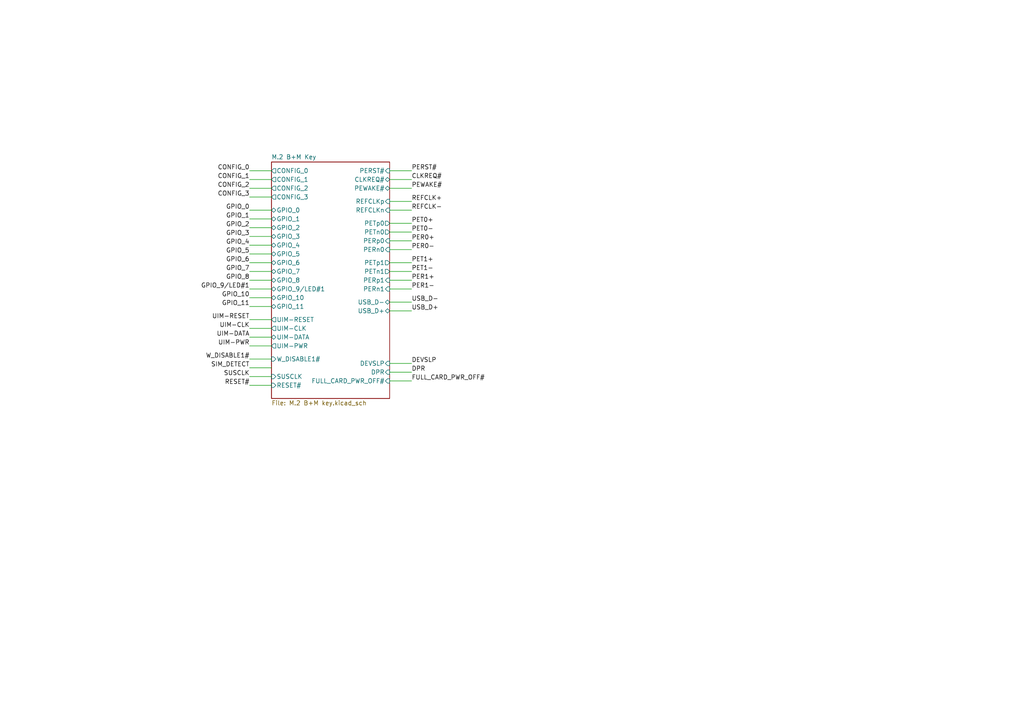
<source format=kicad_sch>
(kicad_sch
	(version 20250114)
	(generator "eeschema")
	(generator_version "9.0")
	(uuid "7eaf6b55-0f11-4912-bb58-f9dbc0625108")
	(paper "A4")
	(lib_symbols)
	(wire
		(pts
			(xy 72.39 78.74) (xy 78.74 78.74)
		)
		(stroke
			(width 0)
			(type default)
		)
		(uuid "10fd6fae-f2df-430c-816a-b4d30ed67113")
	)
	(wire
		(pts
			(xy 113.03 58.42) (xy 119.38 58.42)
		)
		(stroke
			(width 0)
			(type default)
		)
		(uuid "18d9fb91-3993-4cab-97e4-f3195875ad98")
	)
	(wire
		(pts
			(xy 72.39 76.2) (xy 78.74 76.2)
		)
		(stroke
			(width 0)
			(type default)
		)
		(uuid "1a29f37e-21ca-4118-a4d8-3067807d499d")
	)
	(wire
		(pts
			(xy 72.39 66.04) (xy 78.74 66.04)
		)
		(stroke
			(width 0)
			(type default)
		)
		(uuid "2aa7ad11-7133-4444-a161-56ef473d38bb")
	)
	(wire
		(pts
			(xy 72.39 68.58) (xy 78.74 68.58)
		)
		(stroke
			(width 0)
			(type default)
		)
		(uuid "3203b63f-a53e-4465-93b5-3a5afba608aa")
	)
	(wire
		(pts
			(xy 72.39 109.22) (xy 78.74 109.22)
		)
		(stroke
			(width 0)
			(type default)
		)
		(uuid "4a0b80d7-3d0b-420a-ac2d-86f54b09b401")
	)
	(wire
		(pts
			(xy 113.03 78.74) (xy 119.38 78.74)
		)
		(stroke
			(width 0)
			(type default)
		)
		(uuid "4ce33eb1-bb8a-4004-abc8-a214269c44d5")
	)
	(wire
		(pts
			(xy 72.39 52.07) (xy 78.74 52.07)
		)
		(stroke
			(width 0)
			(type default)
		)
		(uuid "5de37090-9b82-458c-8b75-299961939bc5")
	)
	(wire
		(pts
			(xy 113.03 67.31) (xy 119.38 67.31)
		)
		(stroke
			(width 0)
			(type default)
		)
		(uuid "5f3d887d-8d99-4a3e-80d0-16e04b21e4a3")
	)
	(wire
		(pts
			(xy 113.03 69.85) (xy 119.38 69.85)
		)
		(stroke
			(width 0)
			(type default)
		)
		(uuid "70e57230-3db9-45e6-bdb7-455677e22e90")
	)
	(wire
		(pts
			(xy 113.03 110.49) (xy 119.38 110.49)
		)
		(stroke
			(width 0)
			(type default)
		)
		(uuid "77f27611-ce66-475d-9f1f-5483c5d064d6")
	)
	(wire
		(pts
			(xy 72.39 57.15) (xy 78.74 57.15)
		)
		(stroke
			(width 0)
			(type default)
		)
		(uuid "7985c487-0c3a-4e13-b457-cb41093a15de")
	)
	(wire
		(pts
			(xy 113.03 72.39) (xy 119.38 72.39)
		)
		(stroke
			(width 0)
			(type default)
		)
		(uuid "7e8d8071-99d9-45f2-9fd7-11f67fdefb99")
	)
	(wire
		(pts
			(xy 72.39 60.96) (xy 78.74 60.96)
		)
		(stroke
			(width 0)
			(type default)
		)
		(uuid "81278fe4-dddc-4dde-bada-6b1881306b07")
	)
	(wire
		(pts
			(xy 113.03 105.41) (xy 119.38 105.41)
		)
		(stroke
			(width 0)
			(type default)
		)
		(uuid "83f168f7-26eb-41d4-af36-8e165ac8d95c")
	)
	(wire
		(pts
			(xy 72.39 63.5) (xy 78.74 63.5)
		)
		(stroke
			(width 0)
			(type default)
		)
		(uuid "83f179a5-b8d7-4b95-bc98-98e7495cae1a")
	)
	(wire
		(pts
			(xy 113.03 49.53) (xy 119.38 49.53)
		)
		(stroke
			(width 0)
			(type default)
		)
		(uuid "88acdd8b-aea5-4396-83ed-f46f6ac46d92")
	)
	(wire
		(pts
			(xy 113.03 54.61) (xy 119.38 54.61)
		)
		(stroke
			(width 0)
			(type default)
		)
		(uuid "8b51e624-caf8-4db9-acf9-64a8bea79224")
	)
	(wire
		(pts
			(xy 113.03 60.96) (xy 119.38 60.96)
		)
		(stroke
			(width 0)
			(type default)
		)
		(uuid "944666b2-caf3-4799-82d8-6bf841455065")
	)
	(wire
		(pts
			(xy 72.39 86.36) (xy 78.74 86.36)
		)
		(stroke
			(width 0)
			(type default)
		)
		(uuid "9ad07a56-941e-4f8c-9927-935daa58426f")
	)
	(wire
		(pts
			(xy 72.39 104.14) (xy 78.74 104.14)
		)
		(stroke
			(width 0)
			(type default)
		)
		(uuid "b6a8c0e1-34f0-4d64-acfe-eac4c918ed28")
	)
	(wire
		(pts
			(xy 113.03 81.28) (xy 119.38 81.28)
		)
		(stroke
			(width 0)
			(type default)
		)
		(uuid "b9e1d54b-ff97-4f52-86fd-bfac54ba3021")
	)
	(wire
		(pts
			(xy 72.39 88.9) (xy 78.74 88.9)
		)
		(stroke
			(width 0)
			(type default)
		)
		(uuid "bbe6359d-4299-4624-a351-a4ce621fb574")
	)
	(wire
		(pts
			(xy 113.03 64.77) (xy 119.38 64.77)
		)
		(stroke
			(width 0)
			(type default)
		)
		(uuid "be166ac3-dbe4-4cc7-8b54-bf0a4d36a446")
	)
	(wire
		(pts
			(xy 72.39 106.68) (xy 78.74 106.68)
		)
		(stroke
			(width 0)
			(type default)
		)
		(uuid "bf440070-babd-401d-87b4-05d02b9f5724")
	)
	(wire
		(pts
			(xy 113.03 107.95) (xy 119.38 107.95)
		)
		(stroke
			(width 0)
			(type default)
		)
		(uuid "c0806cf6-d8f0-43b2-bc9c-f3130bb6d03d")
	)
	(wire
		(pts
			(xy 113.03 87.63) (xy 119.38 87.63)
		)
		(stroke
			(width 0)
			(type default)
		)
		(uuid "c59329b5-6cd9-4d4e-90cb-5957ca6540bd")
	)
	(wire
		(pts
			(xy 113.03 90.17) (xy 119.38 90.17)
		)
		(stroke
			(width 0)
			(type default)
		)
		(uuid "ccf559ce-1f9e-419f-8920-f76847dcf95b")
	)
	(wire
		(pts
			(xy 113.03 52.07) (xy 119.38 52.07)
		)
		(stroke
			(width 0)
			(type default)
		)
		(uuid "cda34708-b5af-4ada-82c8-2f2f33f79ff3")
	)
	(wire
		(pts
			(xy 72.39 73.66) (xy 78.74 73.66)
		)
		(stroke
			(width 0)
			(type default)
		)
		(uuid "cfd0f360-d5a5-4eb6-9e91-2cd292865946")
	)
	(wire
		(pts
			(xy 72.39 81.28) (xy 78.74 81.28)
		)
		(stroke
			(width 0)
			(type default)
		)
		(uuid "d4a41f77-1033-46a5-8fc0-9c605bdfae9e")
	)
	(wire
		(pts
			(xy 113.03 83.82) (xy 119.38 83.82)
		)
		(stroke
			(width 0)
			(type default)
		)
		(uuid "d4c679ca-600e-4961-b617-d7f0fbf6c3bc")
	)
	(wire
		(pts
			(xy 72.39 49.53) (xy 78.74 49.53)
		)
		(stroke
			(width 0)
			(type default)
		)
		(uuid "d4d01281-aa46-48fb-bd1e-213dc1a9569d")
	)
	(wire
		(pts
			(xy 113.03 76.2) (xy 119.38 76.2)
		)
		(stroke
			(width 0)
			(type default)
		)
		(uuid "d67cdac9-90cd-45be-b0ae-4dd68ff91563")
	)
	(wire
		(pts
			(xy 72.39 111.76) (xy 78.74 111.76)
		)
		(stroke
			(width 0)
			(type default)
		)
		(uuid "d68e0039-f6f5-40a7-82ed-d6687e162542")
	)
	(wire
		(pts
			(xy 72.39 97.79) (xy 78.74 97.79)
		)
		(stroke
			(width 0)
			(type default)
		)
		(uuid "db379e64-6b7a-42a4-9fc0-178f97d38466")
	)
	(wire
		(pts
			(xy 72.39 54.61) (xy 78.74 54.61)
		)
		(stroke
			(width 0)
			(type default)
		)
		(uuid "e0beab40-cb15-430e-83e5-7cd9cca7413f")
	)
	(wire
		(pts
			(xy 72.39 92.71) (xy 78.74 92.71)
		)
		(stroke
			(width 0)
			(type default)
		)
		(uuid "e270c983-f85b-4626-9347-272c9fca2e5b")
	)
	(wire
		(pts
			(xy 72.39 83.82) (xy 78.74 83.82)
		)
		(stroke
			(width 0)
			(type default)
		)
		(uuid "ed11ccef-e21c-4d7d-ae56-c465d14fd433")
	)
	(wire
		(pts
			(xy 72.39 95.25) (xy 78.74 95.25)
		)
		(stroke
			(width 0)
			(type default)
		)
		(uuid "ed2c650f-c99f-4ac7-a3d7-2d7ab809455f")
	)
	(wire
		(pts
			(xy 72.39 71.12) (xy 78.74 71.12)
		)
		(stroke
			(width 0)
			(type default)
		)
		(uuid "ee9050f7-cbed-4139-94a7-408c481b8dd1")
	)
	(wire
		(pts
			(xy 72.39 100.33) (xy 78.74 100.33)
		)
		(stroke
			(width 0)
			(type default)
		)
		(uuid "fe1c1abf-3056-479d-8e7b-eb2086a78d54")
	)
	(label "UIM-DATA"
		(at 72.39 97.79 180)
		(effects
			(font
				(size 1.27 1.27)
			)
			(justify right bottom)
		)
		(uuid "03fb1564-332a-4b3b-bdf4-05610c2daab0")
	)
	(label "REFCLK+"
		(at 119.38 58.42 0)
		(effects
			(font
				(size 1.27 1.27)
			)
			(justify left bottom)
		)
		(uuid "19aceb61-6921-408d-a44c-06deab5ace65")
	)
	(label "GPIO_11"
		(at 72.39 88.9 180)
		(effects
			(font
				(size 1.27 1.27)
			)
			(justify right bottom)
		)
		(uuid "2267895f-ed19-434e-9564-654bc8fa2e12")
	)
	(label "PER0+"
		(at 119.38 69.85 0)
		(effects
			(font
				(size 1.27 1.27)
			)
			(justify left bottom)
		)
		(uuid "2725fa60-ecb7-4092-a940-bba91ca79db0")
	)
	(label "W_DISABLE1#"
		(at 72.39 104.14 180)
		(effects
			(font
				(size 1.27 1.27)
			)
			(justify right bottom)
		)
		(uuid "2fcdd49a-6829-40cc-a0a4-7c7bc4555fdc")
	)
	(label "GPIO_8"
		(at 72.39 81.28 180)
		(effects
			(font
				(size 1.27 1.27)
			)
			(justify right bottom)
		)
		(uuid "309a07dd-7840-4020-b7ff-28608d60093a")
	)
	(label "CONFIG_0"
		(at 72.39 49.53 180)
		(effects
			(font
				(size 1.27 1.27)
			)
			(justify right bottom)
		)
		(uuid "3514a3f1-d44a-4e0e-b7b7-2e4afdb4fc9d")
	)
	(label "GPIO_1"
		(at 72.39 63.5 180)
		(effects
			(font
				(size 1.27 1.27)
			)
			(justify right bottom)
		)
		(uuid "3f7dec27-e74f-4578-b472-74595fd8bebc")
	)
	(label "FULL_CARD_PWR_OFF#"
		(at 119.38 110.49 0)
		(effects
			(font
				(size 1.27 1.27)
			)
			(justify left bottom)
		)
		(uuid "4ee83621-fe89-44f0-93f7-80c10cf626d8")
	)
	(label "GPIO_10"
		(at 72.39 86.36 180)
		(effects
			(font
				(size 1.27 1.27)
			)
			(justify right bottom)
		)
		(uuid "5044318e-91df-40f4-8ae5-0fdef943ae0f")
	)
	(label "CONFIG_2"
		(at 72.39 54.61 180)
		(effects
			(font
				(size 1.27 1.27)
			)
			(justify right bottom)
		)
		(uuid "5ee47c18-6ab6-4d76-ab4f-f95d4e524e3e")
	)
	(label "PER1+"
		(at 119.38 81.28 0)
		(effects
			(font
				(size 1.27 1.27)
			)
			(justify left bottom)
		)
		(uuid "60cc355a-052a-4660-b461-e3e578a34dc7")
	)
	(label "PER1-"
		(at 119.38 83.82 0)
		(effects
			(font
				(size 1.27 1.27)
			)
			(justify left bottom)
		)
		(uuid "6493f703-cf73-4c0f-9048-51760627477b")
	)
	(label "GPIO_4"
		(at 72.39 71.12 180)
		(effects
			(font
				(size 1.27 1.27)
			)
			(justify right bottom)
		)
		(uuid "6bf46505-6b7d-476f-9ecd-97423a33a981")
	)
	(label "GPIO_3"
		(at 72.39 68.58 180)
		(effects
			(font
				(size 1.27 1.27)
			)
			(justify right bottom)
		)
		(uuid "718cfa4c-ab67-490a-8be1-7eb72aba215d")
	)
	(label "REFCLK-"
		(at 119.38 60.96 0)
		(effects
			(font
				(size 1.27 1.27)
			)
			(justify left bottom)
		)
		(uuid "7d684316-f7d3-4ec0-833a-fe4068c31a6c")
	)
	(label "PERST#"
		(at 119.38 49.53 0)
		(effects
			(font
				(size 1.27 1.27)
			)
			(justify left bottom)
		)
		(uuid "7dcc162b-fbf5-4fba-9467-662cea04776c")
	)
	(label "CONFIG_1"
		(at 72.39 52.07 180)
		(effects
			(font
				(size 1.27 1.27)
			)
			(justify right bottom)
		)
		(uuid "8864a433-80a8-4cb2-a6f8-19de19025cf6")
	)
	(label "CONFIG_3"
		(at 72.39 57.15 180)
		(effects
			(font
				(size 1.27 1.27)
			)
			(justify right bottom)
		)
		(uuid "8a79e72e-ddb0-47fb-b122-ba348d83a534")
	)
	(label "GPIO_6"
		(at 72.39 76.2 180)
		(effects
			(font
				(size 1.27 1.27)
			)
			(justify right bottom)
		)
		(uuid "8edb6f5a-1ceb-498f-b86d-185444be0552")
	)
	(label "USB_D-"
		(at 119.38 87.63 0)
		(effects
			(font
				(size 1.27 1.27)
			)
			(justify left bottom)
		)
		(uuid "92d5b7a6-dc1b-4452-bdef-df34636c8a4a")
	)
	(label "UIM-PWR"
		(at 72.39 100.33 180)
		(effects
			(font
				(size 1.27 1.27)
			)
			(justify right bottom)
		)
		(uuid "92e6bc68-b571-4626-8337-e8b002694918")
	)
	(label "CLKREQ#"
		(at 119.38 52.07 0)
		(effects
			(font
				(size 1.27 1.27)
			)
			(justify left bottom)
		)
		(uuid "9763b059-6f9d-47e7-b472-325756c0128c")
	)
	(label "DPR"
		(at 119.38 107.95 0)
		(effects
			(font
				(size 1.27 1.27)
			)
			(justify left bottom)
		)
		(uuid "9a05f627-945e-4cdf-b59b-c5905c570771")
	)
	(label "DEVSLP"
		(at 119.38 105.41 0)
		(effects
			(font
				(size 1.27 1.27)
			)
			(justify left bottom)
		)
		(uuid "9c220353-c822-4b2a-9c3e-1e8c19a202f1")
	)
	(label "PET0-"
		(at 119.38 67.31 0)
		(effects
			(font
				(size 1.27 1.27)
			)
			(justify left bottom)
		)
		(uuid "9ed7ae6e-07bf-43ec-9895-bd99b18185fb")
	)
	(label "RESET#"
		(at 72.39 111.76 180)
		(effects
			(font
				(size 1.27 1.27)
			)
			(justify right bottom)
		)
		(uuid "a382ab30-941f-4dfc-8897-8db49d90c10d")
	)
	(label "PEWAKE#"
		(at 119.38 54.61 0)
		(effects
			(font
				(size 1.27 1.27)
			)
			(justify left bottom)
		)
		(uuid "a5fac12d-c264-40e3-a563-042a7ea31848")
	)
	(label "PET0+"
		(at 119.38 64.77 0)
		(effects
			(font
				(size 1.27 1.27)
			)
			(justify left bottom)
		)
		(uuid "aa6d4af6-5fd3-4d70-9cda-1e9cf4b89636")
	)
	(label "UIM-CLK"
		(at 72.39 95.25 180)
		(effects
			(font
				(size 1.27 1.27)
			)
			(justify right bottom)
		)
		(uuid "b8db16e2-0be8-4488-9d6d-aba0be4c3f89")
	)
	(label "GPIO_9{slash}LED#1"
		(at 72.39 83.82 180)
		(effects
			(font
				(size 1.27 1.27)
			)
			(justify right bottom)
		)
		(uuid "bff7b2c8-2280-425f-9360-7dcd12f23a99")
	)
	(label "UIM-RESET"
		(at 72.39 92.71 180)
		(effects
			(font
				(size 1.27 1.27)
			)
			(justify right bottom)
		)
		(uuid "c406833c-0d5b-4a9a-96d3-c5c3d4b78d5e")
	)
	(label "GPIO_5"
		(at 72.39 73.66 180)
		(effects
			(font
				(size 1.27 1.27)
			)
			(justify right bottom)
		)
		(uuid "c923bd25-595e-4b85-a5f8-bb2e899f1806")
	)
	(label "SIM_DETECT"
		(at 72.39 106.68 180)
		(effects
			(font
				(size 1.27 1.27)
			)
			(justify right bottom)
		)
		(uuid "c942ac33-8ebd-476c-ba64-f59214b586cb")
	)
	(label "GPIO_7"
		(at 72.39 78.74 180)
		(effects
			(font
				(size 1.27 1.27)
			)
			(justify right bottom)
		)
		(uuid "cb32ab19-61f3-4851-8c58-78f7cbd2854b")
	)
	(label "PET1-"
		(at 119.38 78.74 0)
		(effects
			(font
				(size 1.27 1.27)
			)
			(justify left bottom)
		)
		(uuid "cd326e6b-d253-4d65-9a84-e061ea6b067a")
	)
	(label "USB_D+"
		(at 119.38 90.17 0)
		(effects
			(font
				(size 1.27 1.27)
			)
			(justify left bottom)
		)
		(uuid "d0daec9f-f882-4f6f-acaa-412f95f1a295")
	)
	(label "PER0-"
		(at 119.38 72.39 0)
		(effects
			(font
				(size 1.27 1.27)
			)
			(justify left bottom)
		)
		(uuid "d3999bf5-82d5-4ff8-9906-761f4a464179")
	)
	(label "SUSCLK"
		(at 72.39 109.22 180)
		(effects
			(font
				(size 1.27 1.27)
			)
			(justify right bottom)
		)
		(uuid "d791b72b-bfbe-4022-a961-f1dd6910bf36")
	)
	(label "GPIO_0"
		(at 72.39 60.96 180)
		(effects
			(font
				(size 1.27 1.27)
			)
			(justify right bottom)
		)
		(uuid "f15f41a4-a575-442e-b8e0-21ff41257ed6")
	)
	(label "GPIO_2"
		(at 72.39 66.04 180)
		(effects
			(font
				(size 1.27 1.27)
			)
			(justify right bottom)
		)
		(uuid "f1844476-e472-42d7-856f-2d946038af35")
	)
	(label "PET1+"
		(at 119.38 76.2 0)
		(effects
			(font
				(size 1.27 1.27)
			)
			(justify left bottom)
		)
		(uuid "f9eb1a2b-b983-4ceb-acc1-5c4c989ff2b5")
	)
	(sheet
		(at 78.74 46.99)
		(size 34.29 68.58)
		(exclude_from_sim no)
		(in_bom yes)
		(on_board yes)
		(dnp no)
		(fields_autoplaced yes)
		(stroke
			(width 0.1524)
			(type solid)
		)
		(fill
			(color 0 0 0 0.0000)
		)
		(uuid "83dcd142-0f4d-4852-9a7e-5099cdae9f20")
		(property "Sheetname" "M.2 B+M Key"
			(at 78.74 46.2784 0)
			(effects
				(font
					(size 1.27 1.27)
				)
				(justify left bottom)
			)
		)
		(property "Sheetfile" "M.2 B+M key.kicad_sch"
			(at 78.74 116.1546 0)
			(effects
				(font
					(size 1.27 1.27)
				)
				(justify left top)
			)
		)
		(pin "GPIO_9/LED#1" bidirectional
			(at 78.74 83.82 180)
			(uuid "21330120-e462-40ef-be81-0c2d1c664c3d")
			(effects
				(font
					(size 1.27 1.27)
				)
				(justify left)
			)
		)
		(pin "GPIO_0" bidirectional
			(at 78.74 60.96 180)
			(uuid "885abc09-adc9-4a73-a7ff-40965a64d1ce")
			(effects
				(font
					(size 1.27 1.27)
				)
				(justify left)
			)
		)
		(pin "UIM-RESET" output
			(at 78.74 92.71 180)
			(uuid "4ab85a8e-adcf-4c99-916d-ee7088107d55")
			(effects
				(font
					(size 1.27 1.27)
				)
				(justify left)
			)
		)
		(pin "UIM-DATA" bidirectional
			(at 78.74 97.79 180)
			(uuid "847ea617-b764-486d-9e94-b20b8f429ad3")
			(effects
				(font
					(size 1.27 1.27)
				)
				(justify left)
			)
		)
		(pin "GPIO_3" bidirectional
			(at 78.74 68.58 180)
			(uuid "f035869a-3ebc-4e40-980b-95b469a3c86c")
			(effects
				(font
					(size 1.27 1.27)
				)
				(justify left)
			)
		)
		(pin "GPIO_5" bidirectional
			(at 78.74 73.66 180)
			(uuid "e454c3cc-c879-4d1a-8cd1-ec298c4b0c90")
			(effects
				(font
					(size 1.27 1.27)
				)
				(justify left)
			)
		)
		(pin "CONFIG_1" output
			(at 78.74 52.07 180)
			(uuid "a3bf654e-47cc-4430-985c-8e151850435d")
			(effects
				(font
					(size 1.27 1.27)
				)
				(justify left)
			)
		)
		(pin "CONFIG_2" output
			(at 78.74 54.61 180)
			(uuid "fc0cb124-9b1b-4d7f-8ea1-c803445da0b7")
			(effects
				(font
					(size 1.27 1.27)
				)
				(justify left)
			)
		)
		(pin "PERn1" input
			(at 113.03 83.82 0)
			(uuid "091740f6-9c51-4b97-ba0c-c55feed0a044")
			(effects
				(font
					(size 1.27 1.27)
				)
				(justify right)
			)
		)
		(pin "PETn1" output
			(at 113.03 78.74 0)
			(uuid "0a202881-9464-4a57-a032-fd3d640d9c68")
			(effects
				(font
					(size 1.27 1.27)
				)
				(justify right)
			)
		)
		(pin "DPR" input
			(at 113.03 107.95 0)
			(uuid "3e3ea3d2-eb69-41af-8554-c8cdcf87b577")
			(effects
				(font
					(size 1.27 1.27)
				)
				(justify right)
			)
		)
		(pin "GPIO_10" bidirectional
			(at 78.74 86.36 180)
			(uuid "b0ca5563-3ec1-4d26-955d-da546d0fe34d")
			(effects
				(font
					(size 1.27 1.27)
				)
				(justify left)
			)
		)
		(pin "UIM-PWR" output
			(at 78.74 100.33 180)
			(uuid "79f2e013-d812-43d3-b0e4-959a3426b6d2")
			(effects
				(font
					(size 1.27 1.27)
				)
				(justify left)
			)
		)
		(pin "GPIO_7" bidirectional
			(at 78.74 78.74 180)
			(uuid "0becd5b4-6c24-4ae6-a252-5a8f13af921f")
			(effects
				(font
					(size 1.27 1.27)
				)
				(justify left)
			)
		)
		(pin "REFCLKp" input
			(at 113.03 58.42 0)
			(uuid "d2ba5b1e-5554-492d-b6fc-576c0ce3607a")
			(effects
				(font
					(size 1.27 1.27)
				)
				(justify right)
			)
		)
		(pin "DEVSLP" input
			(at 113.03 105.41 0)
			(uuid "953cf135-26ad-48de-8c8b-bad01877bda4")
			(effects
				(font
					(size 1.27 1.27)
				)
				(justify right)
			)
		)
		(pin "PERn0" input
			(at 113.03 72.39 0)
			(uuid "4f7a1aa1-109c-4c90-be86-7a480dd6bfd9")
			(effects
				(font
					(size 1.27 1.27)
				)
				(justify right)
			)
		)
		(pin "GPIO_1" bidirectional
			(at 78.74 63.5 180)
			(uuid "07fb456e-7009-433a-bb7e-1f54821314db")
			(effects
				(font
					(size 1.27 1.27)
				)
				(justify left)
			)
		)
		(pin "GPIO_4" bidirectional
			(at 78.74 71.12 180)
			(uuid "83c9294b-2f28-4a1c-8dfc-4caad2782183")
			(effects
				(font
					(size 1.27 1.27)
				)
				(justify left)
			)
		)
		(pin "PETp0" output
			(at 113.03 64.77 0)
			(uuid "5bb11470-c170-4510-a40c-83c8758b9f7c")
			(effects
				(font
					(size 1.27 1.27)
				)
				(justify right)
			)
		)
		(pin "CONFIG_0" output
			(at 78.74 49.53 180)
			(uuid "3a645ee1-d699-473b-8b72-55f51b557ebc")
			(effects
				(font
					(size 1.27 1.27)
				)
				(justify left)
			)
		)
		(pin "PERp0" input
			(at 113.03 69.85 0)
			(uuid "d27d50f1-f4b5-4496-8040-9b9676f0d3af")
			(effects
				(font
					(size 1.27 1.27)
				)
				(justify right)
			)
		)
		(pin "PETn0" output
			(at 113.03 67.31 0)
			(uuid "0dd46d8a-1964-4f94-b956-bc06bb15c557")
			(effects
				(font
					(size 1.27 1.27)
				)
				(justify right)
			)
		)
		(pin "REFCLKn" input
			(at 113.03 60.96 0)
			(uuid "e9237fd1-5806-44ae-b92c-f69241386205")
			(effects
				(font
					(size 1.27 1.27)
				)
				(justify right)
			)
		)
		(pin "SUSCLK" input
			(at 78.74 109.22 180)
			(uuid "769b9ae4-8b63-4fcb-9695-ffed310f27ac")
			(effects
				(font
					(size 1.27 1.27)
				)
				(justify left)
			)
		)
		(pin "PETp1" output
			(at 113.03 76.2 0)
			(uuid "fcd6aa4f-da8a-46dd-939a-b699deeb4aa4")
			(effects
				(font
					(size 1.27 1.27)
				)
				(justify right)
			)
		)
		(pin "USB_D+" bidirectional
			(at 113.03 90.17 0)
			(uuid "c984a13e-7363-44db-8d0a-0b8bd25b0b3c")
			(effects
				(font
					(size 1.27 1.27)
				)
				(justify right)
			)
		)
		(pin "FULL_CARD_PWR_OFF#" input
			(at 113.03 110.49 0)
			(uuid "0e22e80a-6eec-469a-a5cb-9c942c9fd2b4")
			(effects
				(font
					(size 1.27 1.27)
				)
				(justify right)
			)
		)
		(pin "GPIO_8" bidirectional
			(at 78.74 81.28 180)
			(uuid "a57e3079-027e-4fbd-a647-bc72a676c3c5")
			(effects
				(font
					(size 1.27 1.27)
				)
				(justify left)
			)
		)
		(pin "W_DISABLE1#" input
			(at 78.74 104.14 180)
			(uuid "ce0cc675-9f82-4433-9b6e-23655539bb43")
			(effects
				(font
					(size 1.27 1.27)
				)
				(justify left)
			)
		)
		(pin "USB_D-" bidirectional
			(at 113.03 87.63 0)
			(uuid "759cae1b-e39e-4667-b8f5-8c12e0a28038")
			(effects
				(font
					(size 1.27 1.27)
				)
				(justify right)
			)
		)
		(pin "PERp1" input
			(at 113.03 81.28 0)
			(uuid "024cc713-7fca-4a4d-bc6c-c4128d70bf43")
			(effects
				(font
					(size 1.27 1.27)
				)
				(justify right)
			)
		)
		(pin "GPIO_2" bidirectional
			(at 78.74 66.04 180)
			(uuid "5001cebf-5cad-449f-ba8e-63d77aada5d0")
			(effects
				(font
					(size 1.27 1.27)
				)
				(justify left)
			)
		)
		(pin "RESET#" input
			(at 78.74 111.76 180)
			(uuid "3738aa9b-1d24-4930-9fcf-46b776efbf6d")
			(effects
				(font
					(size 1.27 1.27)
				)
				(justify left)
			)
		)
		(pin "PERST#" input
			(at 113.03 49.53 0)
			(uuid "f39ba62b-9ce6-4dd6-80c5-b4d1e8a45a3f")
			(effects
				(font
					(size 1.27 1.27)
				)
				(justify right)
			)
		)
		(pin "CONFIG_3" output
			(at 78.74 57.15 180)
			(uuid "3e64750a-dda0-41a7-9ca8-a96dd437ea59")
			(effects
				(font
					(size 1.27 1.27)
				)
				(justify left)
			)
		)
		(pin "GPIO_11" bidirectional
			(at 78.74 88.9 180)
			(uuid "86afa8dd-6e03-4e9e-a973-5e61a5245414")
			(effects
				(font
					(size 1.27 1.27)
				)
				(justify left)
			)
		)
		(pin "UIM-CLK" output
			(at 78.74 95.25 180)
			(uuid "09aab669-a40e-4d8d-9e1f-b5a33fea0272")
			(effects
				(font
					(size 1.27 1.27)
				)
				(justify left)
			)
		)
		(pin "PEWAKE#" bidirectional
			(at 113.03 54.61 0)
			(uuid "df4e2604-77f8-442d-be1a-5944e7ef5f9d")
			(effects
				(font
					(size 1.27 1.27)
				)
				(justify right)
			)
		)
		(pin "CLKREQ#" bidirectional
			(at 113.03 52.07 0)
			(uuid "67ae75db-b6a2-422a-ab0c-9614c30f0eca")
			(effects
				(font
					(size 1.27 1.27)
				)
				(justify right)
			)
		)
		(pin "GPIO_6" bidirectional
			(at 78.74 76.2 180)
			(uuid "cbd63183-ce86-4e75-98a7-d682b274e752")
			(effects
				(font
					(size 1.27 1.27)
				)
				(justify left)
			)
		)
		(instances
			(project "M.2 B+M Key 2230"
				(path "/7eaf6b55-0f11-4912-bb58-f9dbc0625108"
					(page "2")
				)
			)
		)
	)
	(sheet_instances
		(path "/"
			(page "1")
		)
	)
	(embedded_fonts no)
)

</source>
